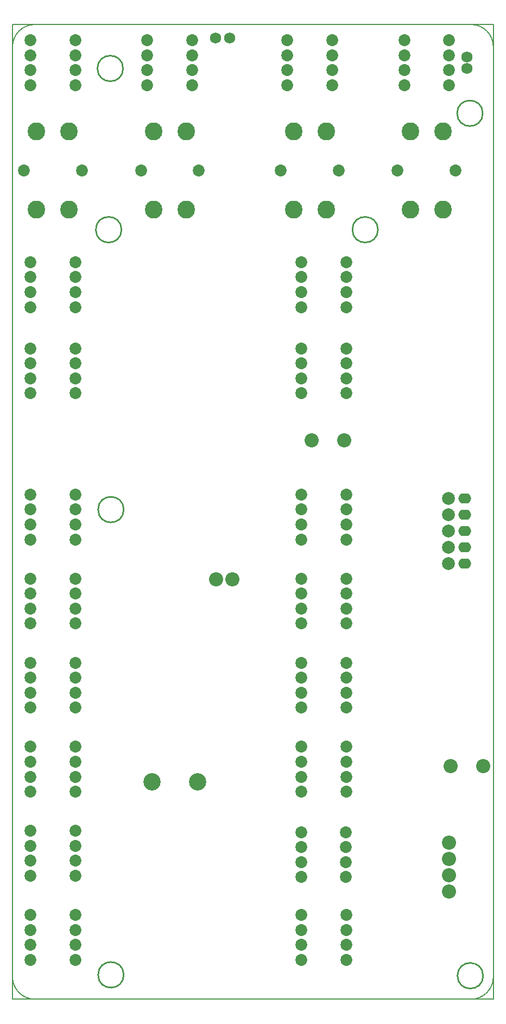
<source format=gbs>
%FSLAX24Y24*%
%MOIN*%
G70*
G01*
G75*
G04 Layer_Color=16711935*
%ADD10C,0.0394*%
%ADD11R,0.0500X0.0400*%
%ADD12R,0.0400X0.0500*%
%ADD13O,0.0800X0.0300*%
%ADD14R,0.0800X0.0300*%
%ADD15R,0.1339X0.0700*%
%ADD16R,0.1339X0.0472*%
%ADD17R,0.1339X0.0472*%
G04:AMPARAMS|DCode=18|XSize=40mil|YSize=50mil|CornerRadius=0mil|HoleSize=0mil|Usage=FLASHONLY|Rotation=135.000|XOffset=0mil|YOffset=0mil|HoleType=Round|Shape=Rectangle|*
%AMROTATEDRECTD18*
4,1,4,0.0318,0.0035,-0.0035,-0.0318,-0.0318,-0.0035,0.0035,0.0318,0.0318,0.0035,0.0*
%
%ADD18ROTATEDRECTD18*%

%ADD19O,0.0160X0.1000*%
%ADD20O,0.1000X0.0160*%
%ADD21O,0.0300X0.0800*%
%ADD22R,0.0300X0.0800*%
%ADD23O,0.0240X0.0800*%
%ADD24C,0.0300*%
%ADD25C,0.0150*%
%ADD26C,0.0120*%
%ADD27C,0.0200*%
%ADD28C,0.0050*%
%ADD29C,0.0100*%
%ADD30C,0.0650*%
%ADD31C,0.0709*%
%ADD32O,0.0709X0.0550*%
%ADD33C,0.0500*%
%ADD34C,0.0591*%
%ADD35C,0.0787*%
%ADD36C,0.0787*%
%ADD37O,0.0980X0.1020*%
%ADD38C,0.0600*%
%ADD39C,0.0250*%
%ADD40C,0.0984*%
%ADD41C,0.0080*%
%ADD42C,0.0060*%
%ADD43C,0.0061*%
%ADD44C,0.0079*%
%ADD45R,0.1575X0.0153*%
%ADD46C,0.0866*%
%ADD47C,0.0474*%
%ADD48R,0.0580X0.0480*%
%ADD49R,0.0480X0.0580*%
%ADD50O,0.0880X0.0380*%
%ADD51R,0.0880X0.0380*%
%ADD52R,0.1419X0.0780*%
%ADD53R,0.1419X0.0552*%
%ADD54R,0.1419X0.0552*%
G04:AMPARAMS|DCode=55|XSize=48mil|YSize=58mil|CornerRadius=0mil|HoleSize=0mil|Usage=FLASHONLY|Rotation=135.000|XOffset=0mil|YOffset=0mil|HoleType=Round|Shape=Rectangle|*
%AMROTATEDRECTD55*
4,1,4,0.0375,0.0035,-0.0035,-0.0375,-0.0375,-0.0035,0.0035,0.0375,0.0375,0.0035,0.0*
%
%ADD55ROTATEDRECTD55*%

%ADD56O,0.0240X0.1080*%
%ADD57O,0.1080X0.0240*%
%ADD58O,0.0380X0.0880*%
%ADD59R,0.0380X0.0880*%
%ADD60O,0.0320X0.0880*%
%ADD61C,0.0730*%
%ADD62C,0.0789*%
%ADD63O,0.0789X0.0630*%
%ADD64C,0.0580*%
%ADD65C,0.0671*%
%ADD66C,0.0867*%
%ADD67C,0.0867*%
%ADD68O,0.1060X0.1100*%
%ADD69C,0.0680*%
%ADD70C,0.1064*%
D28*
X28150Y0D02*
G03*
X29528Y1378I0J1378D01*
G01*
X0D02*
G03*
X1378Y0I1378J0D01*
G01*
X29528Y58465D02*
G03*
X28150Y59843I-1378J0D01*
G01*
X1378D02*
G03*
X0Y58465I0J-1378D01*
G01*
Y59843D02*
X29528D01*
Y0D02*
Y59843D01*
X28560Y0D02*
X29528D01*
X0D02*
X28560D01*
X0D02*
Y59843D01*
D29*
X6831Y1496D02*
G03*
X6831Y1496I-787J0D01*
G01*
Y30059D02*
G03*
X6831Y30059I-787J0D01*
G01*
X6792Y57140D02*
G03*
X6792Y57140I-787J0D01*
G01*
X22441Y47244D02*
G03*
X22441Y47244I-787J0D01*
G01*
X28898Y1441D02*
G03*
X28898Y1441I-787J0D01*
G01*
X28874Y54390D02*
G03*
X28874Y54390I-787J0D01*
G01*
X6693Y47244D02*
G03*
X6693Y47244I-787J0D01*
G01*
D61*
X20488Y37197D02*
D03*
Y39953D02*
D03*
X17732D02*
D03*
Y37197D02*
D03*
X20488Y39034D02*
D03*
Y38115D02*
D03*
X17732D02*
D03*
Y39034D02*
D03*
X20488Y42492D02*
D03*
Y45248D02*
D03*
X17732D02*
D03*
Y42492D02*
D03*
X20488Y44329D02*
D03*
Y43411D02*
D03*
X17732D02*
D03*
Y44329D02*
D03*
X1102Y4255D02*
D03*
Y3336D02*
D03*
X3858D02*
D03*
Y4255D02*
D03*
Y2417D02*
D03*
Y5173D02*
D03*
X1102D02*
D03*
Y2417D02*
D03*
Y9416D02*
D03*
Y8497D02*
D03*
X3858D02*
D03*
Y9416D02*
D03*
Y7579D02*
D03*
Y10335D02*
D03*
X1102D02*
D03*
Y7579D02*
D03*
Y14577D02*
D03*
Y13659D02*
D03*
X3858D02*
D03*
Y14577D02*
D03*
Y12740D02*
D03*
Y15496D02*
D03*
X1102D02*
D03*
Y12740D02*
D03*
X20488Y28224D02*
D03*
Y30980D02*
D03*
X17732D02*
D03*
Y28224D02*
D03*
X20488Y30062D02*
D03*
Y29143D02*
D03*
X17732D02*
D03*
Y30062D02*
D03*
X708Y50886D02*
D03*
X4252D02*
D03*
X11429D02*
D03*
X7886D02*
D03*
X16484D02*
D03*
X20027D02*
D03*
X27194D02*
D03*
X23651D02*
D03*
X1102Y56122D02*
D03*
Y58878D02*
D03*
X3858D02*
D03*
Y56122D02*
D03*
X1102Y57959D02*
D03*
Y57041D02*
D03*
X3858D02*
D03*
Y57959D02*
D03*
X11035Y56122D02*
D03*
Y58878D02*
D03*
X8279D02*
D03*
Y56122D02*
D03*
Y57959D02*
D03*
Y57041D02*
D03*
X11035D02*
D03*
Y57959D02*
D03*
X16878Y56122D02*
D03*
Y58878D02*
D03*
X19634D02*
D03*
Y56122D02*
D03*
X16878Y57959D02*
D03*
Y57041D02*
D03*
X19634D02*
D03*
Y57959D02*
D03*
X26811Y56122D02*
D03*
Y58878D02*
D03*
X24055D02*
D03*
Y56122D02*
D03*
X26811Y57959D02*
D03*
Y57041D02*
D03*
X24055D02*
D03*
Y57959D02*
D03*
X1102Y42492D02*
D03*
Y45248D02*
D03*
X3858D02*
D03*
Y42492D02*
D03*
X1102Y44329D02*
D03*
Y43411D02*
D03*
X3858D02*
D03*
Y44329D02*
D03*
X1102Y37197D02*
D03*
Y39953D02*
D03*
X3858D02*
D03*
Y37197D02*
D03*
X1102Y39034D02*
D03*
Y38115D02*
D03*
X3858D02*
D03*
Y39034D02*
D03*
X1102Y28224D02*
D03*
Y30980D02*
D03*
X3858D02*
D03*
Y28224D02*
D03*
X1102Y30062D02*
D03*
Y29143D02*
D03*
X3858D02*
D03*
Y30062D02*
D03*
X1102Y24900D02*
D03*
Y23982D02*
D03*
X3858D02*
D03*
Y24900D02*
D03*
Y23063D02*
D03*
Y25819D02*
D03*
X1102D02*
D03*
Y23063D02*
D03*
Y19739D02*
D03*
Y18820D02*
D03*
X3858D02*
D03*
Y19739D02*
D03*
Y17902D02*
D03*
Y20657D02*
D03*
X1102D02*
D03*
Y17902D02*
D03*
X20488Y4255D02*
D03*
Y3336D02*
D03*
X17732D02*
D03*
Y4255D02*
D03*
Y2417D02*
D03*
Y5173D02*
D03*
X20488D02*
D03*
Y2417D02*
D03*
X20478Y7502D02*
D03*
Y10258D02*
D03*
X17722D02*
D03*
Y7502D02*
D03*
X20478Y9339D02*
D03*
Y8421D02*
D03*
X17722D02*
D03*
Y9339D02*
D03*
X20488Y14577D02*
D03*
Y13659D02*
D03*
X17732D02*
D03*
Y14577D02*
D03*
Y12740D02*
D03*
Y15496D02*
D03*
X20488D02*
D03*
Y12740D02*
D03*
Y17902D02*
D03*
Y20657D02*
D03*
X17732D02*
D03*
Y17902D02*
D03*
X20488Y19739D02*
D03*
Y18820D02*
D03*
X17732D02*
D03*
Y19739D02*
D03*
X20488Y24900D02*
D03*
Y23982D02*
D03*
X17732D02*
D03*
Y24900D02*
D03*
Y23063D02*
D03*
Y25819D02*
D03*
X20488D02*
D03*
Y23063D02*
D03*
D62*
X26760Y26730D02*
D03*
Y27730D02*
D03*
X26760Y28730D02*
D03*
Y29730D02*
D03*
Y30730D02*
D03*
D63*
X27760Y26730D02*
D03*
Y27730D02*
D03*
Y28730D02*
D03*
X27760Y29730D02*
D03*
X27760Y30730D02*
D03*
D66*
X26800Y9610D02*
D03*
Y7610D02*
D03*
Y6610D02*
D03*
Y8610D02*
D03*
D67*
X18380Y34310D02*
D03*
X20380D02*
D03*
X28890Y14310D02*
D03*
X26890D02*
D03*
X13510Y25780D02*
D03*
X12510D02*
D03*
D68*
X1480Y53286D02*
D03*
X1480Y48486D02*
D03*
X3480Y53286D02*
D03*
Y48486D02*
D03*
X10657D02*
D03*
X10657Y53286D02*
D03*
X8657Y48486D02*
D03*
Y53286D02*
D03*
X17256D02*
D03*
X17256Y48486D02*
D03*
X19256Y53286D02*
D03*
Y48486D02*
D03*
X26423D02*
D03*
X26423Y53286D02*
D03*
X24423Y48486D02*
D03*
Y53286D02*
D03*
D69*
X12470Y59020D02*
D03*
X13320D02*
D03*
X27900Y57850D02*
D03*
X27910Y57130D02*
D03*
D70*
X8583Y13343D02*
D03*
X11383D02*
D03*
M02*

</source>
